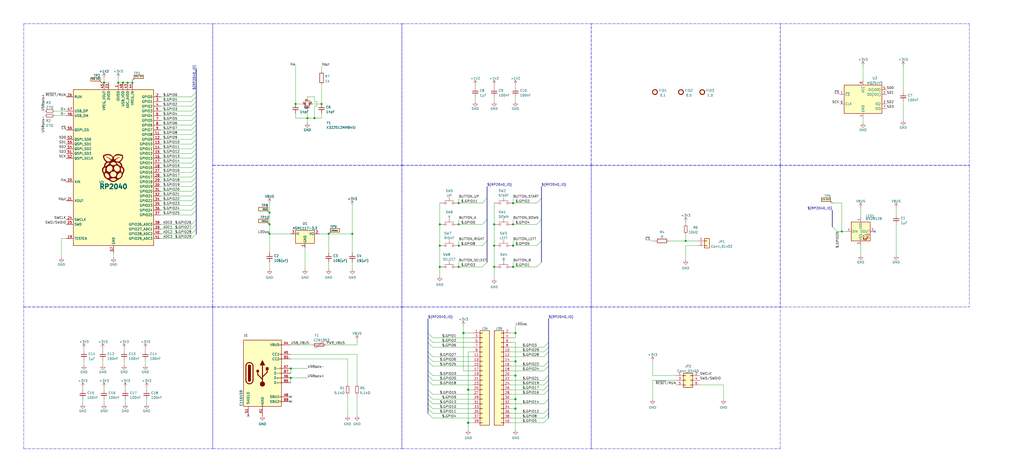
<source format=kicad_sch>
(kicad_sch (version 20211123) (generator eeschema)
  (paper "User" 550.012 250.012)
  (title_block (title "Soldering Induction (September 2022)") (date "2022-09-04") (rev "3.0.0") (company "UNSW Engineering Makerspace"))
  (bus_alias "RP2040_IO" (members "GPIO2" "GPIO3" "GPIO4" "GPIO5" "GPIO6" "GPIO7" "GPIO8" "GPIO9" "GPIO10" "GPIO11" "GPIO12" "GPIO13" "GPIO14" "GPIO15" "GPIO16" "GPIO17" "GPIO18" "GPIO19" "GPIO20" "GPIO21" "GPIO22" "GPIO23" "GPIO24" "GPIO25" "GPIO26" "GPIO27" "GPIO1" "GPIO0"))
  (junction (at 236.22 120.65))
  (junction (at 158.75 55.88))
  (junction (at 144.78 125.73))
  (junction (at 156.21 198.12))
  (junction (at 251.46 227.33) (diameter 1.016))
  (junction (at 236.22 143.51))
  (junction (at 246.38 143.51))
  (junction (at 265.43 143.51))
  (junction (at 251.46 209.55) (diameter 1.016))
  (junction (at 236.22 132.08))
  (junction (at 168.91 63.5))
  (junction (at 172.72 55.88))
  (junction (at 189.23 125.73))
  (junction (at 275.59 109.22))
  (junction (at 246.38 120.65))
  (junction (at 246.38 109.22))
  (junction (at 276.86 179.07) (diameter 1.016))
  (junction (at 276.86 194.31) (diameter 1.016))
  (junction (at 276.86 214.63) (diameter 1.016))
  (junction (at 276.86 219.71) (diameter 1.016))
  (junction (at 275.59 143.51))
  (junction (at 68.58 44.45))
  (junction (at 265.43 120.65))
  (junction (at 275.59 120.65))
  (junction (at 276.86 201.93) (diameter 1.016))
  (junction (at 368.3 129.54))
  (junction (at 156.21 203.2))
  (junction (at 55.88 44.45))
  (junction (at 275.59 132.08))
  (junction (at 165.1 63.5))
  (junction (at 265.43 132.08))
  (junction (at 176.53 125.73))
  (junction (at 66.04 44.45))
  (junction (at 144.78 120.65))
  (junction (at 71.12 44.45))
  (junction (at 246.38 132.08))
  (junction (at 248.92 179.07) (diameter 1.016))
  (junction (at 144.78 114.3))
  (junction (at 63.5 44.45))
  (junction (at 452.12 124.46))
  (no_connect (at 133.35 223.52))
  (no_connect (at 469.9 124.46))
  (no_connect (at 156.21 215.9))
  (no_connect (at 156.21 213.36))
  (bus_entry (at 105.41 77.47) (size -2.54 2.54))
  (bus_entry (at 292.1 227.33) (size 2.54 -2.54))
  (bus_entry (at 232.41 194.31) (size -2.54 -2.54))
  (bus_entry (at 105.41 49.53) (size -2.54 2.54))
  (bus_entry (at 105.41 118.11) (size -2.54 2.54))
  (bus_entry (at 105.41 59.69) (size -2.54 2.54))
  (bus_entry (at 105.41 87.63) (size -2.54 2.54))
  (bus_entry (at 292.1 212.09) (size 2.54 -2.54))
  (bus_entry (at 232.41 212.09) (size -2.54 -2.54))
  (bus_entry (at 232.41 207.01) (size -2.54 -2.54))
  (bus_entry (at 292.1 222.25) (size 2.54 -2.54))
  (bus_entry (at 292.1 199.39) (size 2.54 -2.54))
  (bus_entry (at 105.41 90.17) (size -2.54 2.54))
  (bus_entry (at 105.41 100.33) (size -2.54 2.54))
  (bus_entry (at 105.41 120.65) (size -2.54 2.54))
  (bus_entry (at 232.41 184.15) (size -2.54 -2.54))
  (bus_entry (at 105.41 69.85) (size -2.54 2.54))
  (bus_entry (at 105.41 105.41) (size -2.54 2.54))
  (bus_entry (at 261.62 129.54) (size -2.54 2.54))
  (bus_entry (at 232.41 204.47) (size -2.54 -2.54))
  (bus_entry (at 232.41 191.77) (size -2.54 -2.54))
  (bus_entry (at 105.41 80.01) (size -2.54 2.54))
  (bus_entry (at 105.41 113.03) (size -2.54 2.54))
  (bus_entry (at 290.83 106.68) (size -2.54 2.54))
  (bus_entry (at 105.41 57.15) (size -2.54 2.54))
  (bus_entry (at 232.41 217.17) (size -2.54 -2.54))
  (bus_entry (at 105.41 123.19) (size -2.54 2.54))
  (bus_entry (at 105.41 54.61) (size -2.54 2.54))
  (bus_entry (at 232.41 186.69) (size -2.54 -2.54))
  (bus_entry (at 232.41 181.61) (size -2.54 -2.54))
  (bus_entry (at 292.1 224.79) (size 2.54 -2.54))
  (bus_entry (at 105.41 95.25) (size -2.54 2.54))
  (bus_entry (at 261.62 118.11) (size -2.54 2.54))
  (bus_entry (at 232.41 214.63) (size -2.54 -2.54))
  (bus_entry (at 105.41 85.09) (size -2.54 2.54))
  (bus_entry (at 105.41 82.55) (size -2.54 2.54))
  (bus_entry (at 261.62 140.97) (size -2.54 2.54))
  (bus_entry (at 290.83 118.11) (size -2.54 2.54))
  (bus_entry (at 232.41 219.71) (size -2.54 -2.54))
  (bus_entry (at 232.41 196.85) (size -2.54 -2.54))
  (bus_entry (at 105.41 52.07) (size -2.54 2.54))
  (bus_entry (at 447.04 121.92) (size 2.54 2.54))
  (bus_entry (at 292.1 207.01) (size 2.54 -2.54))
  (bus_entry (at 292.1 196.85) (size 2.54 -2.54))
  (bus_entry (at 105.41 67.31) (size -2.54 2.54))
  (bus_entry (at 105.41 62.23) (size -2.54 2.54))
  (bus_entry (at 105.41 97.79) (size -2.54 2.54))
  (bus_entry (at 232.41 222.25) (size -2.54 -2.54))
  (bus_entry (at 105.41 74.93) (size -2.54 2.54))
  (bus_entry (at 105.41 110.49) (size -2.54 2.54))
  (bus_entry (at 290.83 129.54) (size -2.54 2.54))
  (bus_entry (at 232.41 201.93) (size -2.54 -2.54))
  (bus_entry (at 105.41 92.71) (size -2.54 2.54))
  (bus_entry (at 105.41 102.87) (size -2.54 2.54))
  (bus_entry (at 292.1 204.47) (size 2.54 -2.54))
  (bus_entry (at 292.1 189.23) (size 2.54 -2.54))
  (bus_entry (at 105.41 64.77) (size -2.54 2.54))
  (bus_entry (at 292.1 186.69) (size 2.54 -2.54))
  (bus_entry (at 105.41 125.73) (size -2.54 2.54))
  (bus_entry (at 261.62 106.68) (size -2.54 2.54))
  (bus_entry (at 105.41 72.39) (size -2.54 2.54))
  (bus_entry (at 292.1 217.17) (size 2.54 -2.54))
  (bus_entry (at 292.1 209.55) (size 2.54 -2.54))
  (bus_entry (at 292.1 191.77) (size 2.54 -2.54))
  (bus_entry (at 105.41 107.95) (size -2.54 2.54))
  (bus_entry (at 232.41 224.79) (size -2.54 -2.54))
  (bus_entry (at 290.83 140.97) (size -2.54 2.54))
  (wire (pts (xy 485.14 35.56) (xy 485.14 49.53)))
  (polyline (pts (xy 317.5 165.1) (xy 317.5 88.9)))
  (wire (pts (xy 144.78 114.3) (xy 144.78 120.65)))
  (wire (pts (xy 276.86 214.63) (xy 274.32 214.63)))
  (wire (pts (xy 232.41 204.47) (xy 254 204.47)))
  (bus (pts (xy 105.41 67.31) (xy 105.41 69.85)))
  (wire (pts (xy 254 201.93) (xy 232.41 201.93)))
  (wire (pts (xy 265.43 120.65) (xy 265.43 132.08)))
  (wire (pts (xy 276.86 214.63) (xy 276.86 219.71)))
  (wire (pts (xy 232.41 219.71) (xy 254 219.71)))
  (wire (pts (xy 29.21 59.69) (xy 35.56 59.69)))
  (wire (pts (xy 66.04 44.45) (xy 68.58 44.45)))
  (wire (pts (xy 63.5 41.91) (xy 63.5 44.45)))
  (wire (pts (xy 232.41 224.79) (xy 254 224.79)))
  (bus (pts (xy 105.41 100.33) (xy 105.41 102.87)))
  (bus (pts (xy 105.41 105.41) (xy 105.41 107.95)))
  (wire (pts (xy 232.41 186.69) (xy 254 186.69)))
  (wire (pts (xy 368.3 139.7) (xy 368.3 132.08)))
  (bus (pts (xy 105.41 123.19) (xy 105.41 125.73)))
  (wire (pts (xy 86.36 120.65) (xy 102.87 120.65)))
  (wire (pts (xy 447.04 109.22) (xy 452.12 109.22)))
  (wire (pts (xy 55.88 208.28) (xy 55.88 209.55)))
  (polyline (pts (xy 215.9 88.9) (xy 215.9 12.7)))
  (wire (pts (xy 246.38 143.51) (xy 259.08 143.51)))
  (polyline (pts (xy 419.1 88.9) (xy 419.1 12.7)))
  (wire (pts (xy 144.78 140.97) (xy 144.78 144.78)))
  (polyline (pts (xy 419.1 88.9) (xy 419.1 165.1)))
  (wire (pts (xy 86.36 80.01) (xy 102.87 80.01)))
  (wire (pts (xy 265.43 143.51) (xy 265.43 149.86)))
  (bus (pts (xy 105.41 110.49) (xy 105.41 113.03)))
  (bus (pts (xy 229.87 181.61) (xy 229.87 184.15)))
  (wire (pts (xy 276.86 175.26) (xy 276.86 179.07)))
  (wire (pts (xy 156.21 203.2) (xy 156.21 205.74)))
  (polyline (pts (xy 114.3 165.1) (xy 215.9 165.1)))
  (wire (pts (xy 246.38 132.08) (xy 259.08 132.08)))
  (wire (pts (xy 175.26 185.42) (xy 191.77 185.42)))
  (bus (pts (xy 294.64 219.71) (xy 294.64 222.25)))
  (wire (pts (xy 172.72 60.96) (xy 172.72 63.5)))
  (wire (pts (xy 274.32 227.33) (xy 292.1 227.33)))
  (wire (pts (xy 189.23 125.73) (xy 176.53 125.73)))
  (wire (pts (xy 255.27 45.72) (xy 255.27 46.99)))
  (wire (pts (xy 276.86 219.71) (xy 276.86 231.14)))
  (bus (pts (xy 105.41 59.69) (xy 105.41 62.23)))
  (polyline (pts (xy 114.3 88.9) (xy 215.9 88.9)))
  (wire (pts (xy 86.36 52.07) (xy 102.87 52.07)))
  (wire (pts (xy 462.28 132.08) (xy 462.28 137.16)))
  (wire (pts (xy 176.53 135.89) (xy 176.53 125.73)))
  (wire (pts (xy 55.245 187.325) (xy 55.245 188.595)))
  (polyline (pts (xy 114.3 165.1) (xy 114.3 12.7)))
  (wire (pts (xy 165.1 63.5) (xy 168.91 63.5)))
  (wire (pts (xy 275.59 143.51) (xy 288.29 143.51)))
  (wire (pts (xy 368.3 119.38) (xy 368.3 120.65)))
  (wire (pts (xy 265.43 132.08) (xy 265.43 143.51)))
  (wire (pts (xy 276.86 201.93) (xy 276.86 214.63)))
  (polyline (pts (xy 12.7 241.3) (xy 114.3 241.3)))
  (wire (pts (xy 232.41 194.31) (xy 254 194.31)))
  (polyline (pts (xy 419.1 88.9) (xy 419.1 12.7)))
  (wire (pts (xy 251.46 189.23) (xy 251.46 209.55)))
  (wire (pts (xy 54.61 44.45) (xy 55.88 44.45)))
  (wire (pts (xy 66.675 187.325) (xy 66.675 188.595)))
  (bus (pts (xy 229.87 217.17) (xy 229.87 219.71)))
  (wire (pts (xy 232.41 217.17) (xy 254 217.17)))
  (wire (pts (xy 144.78 125.73) (xy 156.21 125.73)))
  (polyline (pts (xy 114.3 241.3) (xy 215.9 241.3)))
  (wire (pts (xy 168.91 52.07) (xy 168.91 54.61)))
  (bus (pts (xy 229.87 214.63) (xy 229.87 217.17)))
  (wire (pts (xy 78.105 193.675) (xy 78.105 196.215)))
  (polyline (pts (xy 317.5 165.1) (xy 317.5 241.3)))
  (wire (pts (xy 274.32 222.25) (xy 292.1 222.25)))
  (wire (pts (xy 165.1 58.42) (xy 165.1 63.5)))
  (polyline (pts (xy 215.9 88.9) (xy 317.5 88.9)))
  (wire (pts (xy 481.33 120.65) (xy 481.33 137.16)))
  (polyline (pts (xy 317.5 88.9) (xy 317.5 12.7)))
  (polyline (pts (xy 317.5 165.1) (xy 419.1 165.1)))
  (bus (pts (xy 294.64 222.25) (xy 294.64 224.79)))
  (polyline (pts (xy 215.9 12.7) (xy 215.9 88.9)))
  (wire (pts (xy 388.62 207.01) (xy 388.62 214.63)))
  (wire (pts (xy 481.33 111.76) (xy 481.33 115.57)))
  (wire (pts (xy 275.59 140.97) (xy 275.59 143.51)))
  (bus (pts (xy 105.41 80.01) (xy 105.41 82.55)))
  (wire (pts (xy 462.28 111.76) (xy 462.28 116.84)))
  (wire (pts (xy 191.77 190.5) (xy 191.77 207.01)))
  (wire (pts (xy 246.38 106.68) (xy 246.38 109.22)))
  (polyline (pts (xy 12.7 12.7) (xy 12.7 165.1)))
  (polyline (pts (xy 114.3 12.7) (xy 215.9 12.7)))
  (wire (pts (xy 68.58 44.45) (xy 71.12 44.45)))
  (wire (pts (xy 165.1 52.07) (xy 168.91 52.07)))
  (wire (pts (xy 86.36 125.73) (xy 102.87 125.73)))
  (wire (pts (xy 158.75 60.96) (xy 158.75 63.5)))
  (wire (pts (xy 246.38 120.65) (xy 259.08 120.65)))
  (wire (pts (xy 86.36 110.49) (xy 102.87 110.49)))
  (bus (pts (xy 105.41 120.65) (xy 105.41 123.19)))
  (bus (pts (xy 105.41 92.71) (xy 105.41 95.25)))
  (wire (pts (xy 86.36 90.17) (xy 102.87 90.17)))
  (wire (pts (xy 274.32 212.09) (xy 292.1 212.09)))
  (wire (pts (xy 232.41 207.01) (xy 254 207.01)))
  (bus (pts (xy 105.41 113.03) (xy 105.41 118.11)))
  (wire (pts (xy 86.36 87.63) (xy 102.87 87.63)))
  (wire (pts (xy 274.32 189.23) (xy 292.1 189.23)))
  (wire (pts (xy 55.88 44.45) (xy 55.88 41.91)))
  (wire (pts (xy 86.36 69.85) (xy 102.87 69.85)))
  (wire (pts (xy 86.36 115.57) (xy 102.87 115.57)))
  (polyline (pts (xy 114.3 165.1) (xy 114.3 88.9)))
  (wire (pts (xy 78.74 208.28) (xy 78.74 209.55)))
  (wire (pts (xy 265.43 52.07) (xy 265.43 54.61)))
  (wire (pts (xy 86.36 113.03) (xy 102.87 113.03)))
  (wire (pts (xy 251.46 227.33) (xy 254 227.33)))
  (wire (pts (xy 463.55 63.5) (xy 463.55 66.04)))
  (wire (pts (xy 158.75 35.56) (xy 158.75 55.88)))
  (bus (pts (xy 229.87 171.45) (xy 229.87 179.07)))
  (bus (pts (xy 229.87 212.09) (xy 229.87 214.63)))
  (wire (pts (xy 350.52 201.93) (xy 363.22 201.93)))
  (wire (pts (xy 86.36 105.41) (xy 102.87 105.41)))
  (wire (pts (xy 44.45 214.63) (xy 44.45 217.17)))
  (polyline (pts (xy 215.9 165.1) (xy 215.9 88.9)))
  (bus (pts (xy 294.64 186.69) (xy 294.64 189.23)))
  (wire (pts (xy 186.69 212.09) (xy 186.69 223.52)))
  (bus (pts (xy 229.87 219.71) (xy 229.87 222.25)))
  (bus (pts (xy 294.64 214.63) (xy 294.64 219.71)))
  (wire (pts (xy 144.78 109.22) (xy 144.78 114.3)))
  (wire (pts (xy 158.75 55.88) (xy 162.56 55.88)))
  (wire (pts (xy 251.46 227.33) (xy 251.46 231.14)))
  (bus (pts (xy 261.62 100.33) (xy 261.62 106.68)))
  (bus (pts (xy 290.83 106.68) (xy 290.83 118.11)))
  (wire (pts (xy 349.25 129.54) (xy 351.79 129.54)))
  (wire (pts (xy 276.86 219.71) (xy 274.32 219.71)))
  (bus (pts (xy 294.64 209.55) (xy 294.64 214.63)))
  (wire (pts (xy 275.59 118.11) (xy 275.59 120.65)))
  (wire (pts (xy 168.91 57.15) (xy 170.18 57.15)))
  (wire (pts (xy 168.91 63.5) (xy 172.72 63.5)))
  (wire (pts (xy 189.23 140.97) (xy 189.23 144.78)))
  (wire (pts (xy 255.27 52.07) (xy 255.27 54.61)))
  (wire (pts (xy 86.36 82.55) (xy 102.87 82.55)))
  (bus (pts (xy 105.41 107.95) (xy 105.41 110.49)))
  (wire (pts (xy 251.46 209.55) (xy 251.46 227.33)))
  (wire (pts (xy 45.085 187.325) (xy 45.085 188.595)))
  (wire (pts (xy 350.52 194.31) (xy 350.52 201.93)))
  (polyline (pts (xy 317.5 241.3) (xy 317.5 165.1)))
  (polyline (pts (xy 317.5 88.9) (xy 419.1 88.9)))
  (bus (pts (xy 105.41 95.25) (xy 105.41 97.79)))
  (bus (pts (xy 294.64 194.31) (xy 294.64 196.85)))
  (bus (pts (xy 290.83 129.54) (xy 290.83 140.97)))
  (wire (pts (xy 144.78 135.89) (xy 144.78 125.73)))
  (bus (pts (xy 229.87 194.31) (xy 229.87 199.39)))
  (wire (pts (xy 86.36 74.93) (xy 102.87 74.93)))
  (bus (pts (xy 294.64 189.23) (xy 294.64 194.31)))
  (wire (pts (xy 274.32 199.39) (xy 292.1 199.39)))
  (wire (pts (xy 463.55 35.56) (xy 463.55 43.18)))
  (wire (pts (xy 55.245 193.675) (xy 55.245 196.215)))
  (wire (pts (xy 67.31 214.63) (xy 67.31 217.17)))
  (wire (pts (xy 246.38 140.97) (xy 246.38 143.51)))
  (wire (pts (xy 274.32 186.69) (xy 292.1 186.69)))
  (bus (pts (xy 105.41 54.61) (xy 105.41 57.15)))
  (wire (pts (xy 274.32 209.55) (xy 292.1 209.55)))
  (wire (pts (xy 33.02 128.27) (xy 35.56 128.27)))
  (bus (pts (xy 229.87 191.77) (xy 229.87 194.31)))
  (wire (pts (xy 236.22 132.08) (xy 236.22 143.51)))
  (wire (pts (xy 86.36 64.77) (xy 102.87 64.77)))
  (wire (pts (xy 78.74 214.63) (xy 78.74 217.17)))
  (polyline (pts (xy 419.1 88.9) (xy 520.7 88.9)))
  (wire (pts (xy 86.36 97.79) (xy 102.87 97.79)))
  (wire (pts (xy 449.58 124.46) (xy 452.12 124.46)))
  (polyline (pts (xy 520.7 88.9) (xy 520.7 165.1)))
  (wire (pts (xy 45.085 193.675) (xy 45.085 196.215)))
  (wire (pts (xy 86.36 72.39) (xy 102.87 72.39)))
  (bus (pts (xy 229.87 179.07) (xy 229.87 181.61)))
  (wire (pts (xy 60.96 135.89) (xy 60.96 138.43)))
  (wire (pts (xy 168.91 57.15) (xy 168.91 63.5)))
  (polyline (pts (xy 215.9 88.9) (xy 215.9 165.1)))
  (wire (pts (xy 359.41 129.54) (xy 368.3 129.54)))
  (wire (pts (xy 71.12 43.18) (xy 71.12 44.45)))
  (wire (pts (xy 156.21 190.5) (xy 191.77 190.5)))
  (wire (pts (xy 172.72 35.56) (xy 172.72 38.1)))
  (bus (pts (xy 294.64 196.85) (xy 294.64 201.93)))
  (wire (pts (xy 276.86 179.07) (xy 276.86 181.61)))
  (bus (pts (xy 447.04 113.03) (xy 447.04 121.92)))
  (wire (pts (xy 156.21 198.12) (xy 165.1 198.12)))
  (wire (pts (xy 66.675 193.675) (xy 66.675 196.215)))
  (bus (pts (xy 294.64 207.01) (xy 294.64 209.55)))
  (bus (pts (xy 105.41 69.85) (xy 105.41 72.39)))
  (wire (pts (xy 55.88 214.63) (xy 55.88 217.17)))
  (polyline (pts (xy 114.3 165.1) (xy 215.9 165.1)))
  (wire (pts (xy 452.12 109.22) (xy 452.12 124.46)))
  (bus (pts (xy 105.41 57.15) (xy 105.41 59.69)))
  (bus (pts (xy 105.41 82.55) (xy 105.41 85.09)))
  (bus (pts (xy 229.87 201.93) (xy 229.87 204.47)))
  (bus (pts (xy 229.87 204.47) (xy 229.87 209.55)))
  (wire (pts (xy 236.22 120.65) (xy 236.22 132.08)))
  (polyline (pts (xy 215.9 88.9) (xy 317.5 88.9)))
  (wire (pts (xy 232.41 184.15) (xy 254 184.15)))
  (bus (pts (xy 290.83 100.33) (xy 290.83 106.68)))
  (wire (pts (xy 86.36 85.09) (xy 102.87 85.09)))
  (wire (pts (xy 274.32 217.17) (xy 292.1 217.17)))
  (polyline (pts (xy 419.1 165.1) (xy 520.7 165.1)))
  (wire (pts (xy 156.21 198.12) (xy 156.21 200.66)))
  (wire (pts (xy 191.77 212.09) (xy 191.77 223.52)))
  (wire (pts (xy 246.38 109.22) (xy 259.08 109.22)))
  (bus (pts (xy 105.41 64.77) (xy 105.41 67.31)))
  (wire (pts (xy 156.21 185.42) (xy 167.64 185.42)))
  (wire (pts (xy 86.36 92.71) (xy 102.87 92.71)))
  (wire (pts (xy 274.32 196.85) (xy 292.1 196.85)))
  (bus (pts (xy 229.87 209.55) (xy 229.87 212.09)))
  (wire (pts (xy 276.86 181.61) (xy 274.32 181.61)))
  (wire (pts (xy 368.3 129.54) (xy 374.65 129.54)))
  (wire (pts (xy 176.53 140.97) (xy 176.53 144.78)))
  (bus (pts (xy 229.87 184.15) (xy 229.87 189.23)))
  (wire (pts (xy 186.69 193.04) (xy 186.69 207.01)))
  (bus (pts (xy 105.41 49.53) (xy 105.41 52.07)))
  (polyline (pts (xy 317.5 88.9) (xy 317.5 12.7)))
  (polyline (pts (xy 215.9 241.3) (xy 317.5 241.3)))
  (wire (pts (xy 86.36 95.25) (xy 102.87 95.25)))
  (bus (pts (xy 261.62 118.11) (xy 261.62 129.54)))
  (bus (pts (xy 261.62 106.68) (xy 261.62 118.11)))
  (wire (pts (xy 232.41 222.25) (xy 254 222.25)))
  (wire (pts (xy 275.59 132.08) (xy 288.29 132.08)))
  (wire (pts (xy 86.36 54.61) (xy 102.87 54.61)))
  (wire (pts (xy 232.41 214.63) (xy 254 214.63)))
  (wire (pts (xy 232.41 181.61) (xy 254 181.61)))
  (wire (pts (xy 29.21 62.23) (xy 35.56 62.23)))
  (wire (pts (xy 232.41 196.85) (xy 254 196.85)))
  (wire (pts (xy 254 191.77) (xy 232.41 191.77)))
  (wire (pts (xy 33.02 138.43) (xy 33.02 128.27)))
  (wire (pts (xy 276.86 45.72) (xy 276.86 46.99)))
  (polyline (pts (xy 114.3 241.3) (xy 114.3 165.1)))
  (wire (pts (xy 248.92 179.07) (xy 248.92 199.39)))
  (wire (pts (xy 265.43 45.72) (xy 265.43 46.99)))
  (bus (pts (xy 229.87 189.23) (xy 229.87 191.77)))
  (wire (pts (xy 276.86 179.07) (xy 274.32 179.07)))
  (wire (pts (xy 276.86 194.31) (xy 276.86 201.93)))
  (bus (pts (xy 229.87 199.39) (xy 229.87 201.93)))
  (wire (pts (xy 156.21 203.2) (xy 165.1 203.2)))
  (wire (pts (xy 44.45 208.28) (xy 44.45 209.55)))
  (bus (pts (xy 105.41 72.39) (xy 105.41 74.93)))
  (wire (pts (xy 172.72 45.72) (xy 172.72 55.88)))
  (wire (pts (xy 274.32 204.47) (xy 292.1 204.47)))
  (polyline (pts (xy 12.7 241.3) (xy 12.7 165.1)))
  (wire (pts (xy 275.59 109.22) (xy 288.29 109.22)))
  (polyline (pts (xy 215.9 12.7) (xy 317.5 12.7)))
  (wire (pts (xy 452.12 124.46) (xy 454.66 124.46)))
  (polyline (pts (xy 419.1 12.7) (xy 520.7 12.7)))
  (wire (pts (xy 189.23 110.49) (xy 189.23 125.73)))
  (wire (pts (xy 86.36 59.69) (xy 102.87 59.69)))
  (polyline (pts (xy 215.9 165.1) (xy 317.5 165.1)))
  (wire (pts (xy 58.42 44.45) (xy 55.88 44.45)))
  (wire (pts (xy 165.1 63.5) (xy 165.1 66.04)))
  (wire (pts (xy 86.36 77.47) (xy 102.87 77.47)))
  (wire (pts (xy 276.86 52.07) (xy 276.86 54.61)))
  (wire (pts (xy 276.86 201.93) (xy 274.32 201.93)))
  (polyline (pts (xy 215.9 165.1) (xy 317.5 165.1)))
  (wire (pts (xy 275.59 129.54) (xy 275.59 132.08)))
  (wire (pts (xy 274.32 191.77) (xy 292.1 191.77)))
  (wire (pts (xy 236.22 109.22) (xy 236.22 120.65)))
  (wire (pts (xy 254 212.09) (xy 232.41 212.09)))
  (wire (pts (xy 275.59 120.65) (xy 288.29 120.65)))
  (bus (pts (xy 105.41 62.23) (xy 105.41 64.77)))
  (wire (pts (xy 86.36 100.33) (xy 102.87 100.33)))
  (wire (pts (xy 274.32 207.01) (xy 292.1 207.01)))
  (wire (pts (xy 191.77 182.88) (xy 191.77 185.42)))
  (wire (pts (xy 248.92 199.39) (xy 254 199.39)))
  (wire (pts (xy 363.22 204.47) (xy 350.52 204.47)))
  (polyline (pts (xy 215.9 241.3) (xy 215.9 165.1)))
  (bus (pts (xy 105.41 118.11) (xy 105.41 120.65)))
  (wire (pts (xy 276.86 184.15) (xy 274.32 184.15)))
  (wire (pts (xy 168.91 54.61) (xy 170.18 54.61)))
  (bus (pts (xy 105.41 90.17) (xy 105.41 92.71)))
  (wire (pts (xy 144.78 120.65) (xy 144.78 125.73)))
  (wire (pts (xy 63.5 44.45) (xy 66.04 44.45)))
  (bus (pts (xy 105.41 102.87) (xy 105.41 105.41)))
  (wire (pts (xy 485.14 54.61) (xy 485.14 64.77)))
  (wire (pts (xy 67.31 208.28) (xy 67.31 209.55)))
  (wire (pts (xy 176.53 125.73) (xy 171.45 125.73)))
  (bus (pts (xy 294.64 201.93) (xy 294.64 204.47)))
  (wire (pts (xy 158.75 63.5) (xy 165.1 63.5)))
  (polyline (pts (xy 215.9 165.1) (xy 215.9 241.3)))
  (polyline (pts (xy 12.7 165.1) (xy 114.3 165.1)))
  (wire (pts (xy 86.36 102.87) (xy 102.87 102.87)))
  (bus (pts (xy 294.64 204.47) (xy 294.64 207.01)))
  (polyline (pts (xy 114.3 165.1) (xy 114.3 241.3)))
  (polyline (pts (xy 114.3 88.9) (xy 215.9 88.9)))
  (wire (pts (xy 276.86 184.15) (xy 276.86 194.31)))
  (bus (pts (xy 294.64 184.15) (xy 294.64 186.69)))
  (bus (pts (xy 105.41 87.63) (xy 105.41 90.17)))
  (bus (pts (xy 105.41 97.79) (xy 105.41 100.33)))
  (polyline (pts (xy 317.5 88.9) (xy 419.1 88.9)))
  (wire (pts (xy 163.83 133.35) (xy 163.83 144.78)))
  (wire (pts (xy 86.36 107.95) (xy 102.87 107.95)))
  (bus (pts (xy 294.64 171.45) (xy 294.64 184.15)))
  (polyline (pts (xy 520.7 12.7) (xy 520.7 88.9)))
  (bus (pts (xy 105.41 77.47) (xy 105.41 80.01)))
  (bus (pts (xy 105.41 85.09) (xy 105.41 87.63)))
  (wire (pts (xy 156.21 193.04) (xy 186.69 193.04)))
  (polyline (pts (xy 317.5 12.7) (xy 419.1 12.7)))
  (wire (pts (xy 86.36 67.31) (xy 102.87 67.31)))
  (wire (pts (xy 368.3 129.54) (xy 368.3 125.73)))
  (wire (pts (xy 246.38 118.11) (xy 246.38 120.65)))
  (polyline (pts (xy 12.7 12.7) (xy 114.3 12.7)))
  (bus (pts (xy 105.41 52.07) (xy 105.41 54.61)))
  (polyline (pts (xy 419.1 88.9) (xy 419.1 165.1)))
  (polyline (pts (xy 12.7 165.1) (xy 114.3 165.1)))
  (polyline (pts (xy 317.5 165.1) (xy 419.1 165.1)))
  (polyline (pts (xy 419.1 88.9) (xy 520.7 88.9)))
  (wire (pts (xy 170.18 54.61) (xy 170.18 57.15)))
  (wire (pts (xy 78.105 187.325) (xy 78.105 188.595)))
  (wire (pts (xy 189.23 135.89) (xy 189.23 125.73)))
  (wire (pts (xy 251.46 189.23) (xy 254 189.23)))
  (wire (pts (xy 236.22 143.51) (xy 236.22 148.59)))
  (wire (pts (xy 265.43 109.22) (xy 265.43 120.65)))
  (wire (pts (xy 246.38 129.54) (xy 246.38 132.08)))
  (polyline (pts (xy 114.3 88.9) (xy 114.3 12.7)))
  (wire (pts (xy 251.46 209.55) (xy 254 209.55)))
  (wire (pts (xy 368.3 132.08) (xy 374.65 132.08)))
  (bus (pts (xy 105.41 36.83) (xy 105.41 49.53)))
  (wire (pts (xy 275.59 106.68) (xy 275.59 109.22)))
  (wire (pts (xy 165.1 53.34) (xy 165.1 52.07)))
  (wire (pts (xy 274.32 224.79) (xy 292.1 224.79)))
  (wire (pts (xy 248.92 179.07) (xy 254 179.07)))
  (polyline (pts (xy 317.5 241.3) (xy 419.1 241.3)))
  (wire (pts (xy 86.36 62.23) (xy 102.87 62.23)))
  (wire (pts (xy 167.64 55.88) (xy 172.72 55.88)))
  (wire (pts (xy 86.36 128.27) (xy 102.87 128.27)))
  (wire (pts (xy 86.36 57.15) (xy 102.87 57.15)))
  (bus (pts (xy 261.62 129.54) (xy 261.62 140.97)))
  (wire (pts (xy 276.86 194.31) (xy 274.32 194.31)))
  (bus (pts (xy 105.41 74.93) (xy 105.41 77.47)))
  (wire (pts (xy 86.36 123.19) (xy 102.87 123.19)))
  (polyline (pts (xy 419.1 241.3) (xy 419.1 165.1)))
  (wire (pts (xy 350.52 204.47) (xy 350.52 214.63)))
  (polyline (pts (xy 317.5 88.9) (xy 317.5 165.1)))
  (bus (pts (xy 290.83 118.11) (xy 290.83 129.54)))
  (wire (pts (xy 388.62 207.01) (xy 375.92 207.01)))
  (wire (pts (xy 248.92 175.26) (xy 248.92 179.07)))
  (label "$.GPIO5" (at 276.86 132.08 0))
  (label "ADC3" (at 87.63 128.27 0))
  (label "X_{IN}" (at 35.56 97.79 180))
  (label "BUTTON_DOWN" (at 275.59 118.11 0))
  (label "USB_{DATA}+" (at 165.1 203.2 0))
  (label "$.GPIO25" (at 245.11 196.85 180))
  (label "$.GPIO2" (at 245.11 184.15 180))
  (label "$.GPIO17" (at 87.63 95.25 0))
  (label "SD3" (at 35.56 82.55 180))
  (label "$.GPIO3" (at 87.63 59.69 0))
  (label "SD2" (at 35.56 80.01 180))
  (label "SCK" (at 450.85 55.88 180))
  (label "$.GPIO1" (at 245.11 181.61 180))
  (label "USB_{DATA}-" (at 165.1 198.12 0))
  (label "$.GPIO8" (at 87.63 72.39 0))
  (label "D+" (at 35.56 59.69 180))
  (label "~{RESET}{slash}RUN" (at 363.22 207.01 180))
  (label "$.GPIO0" (at 87.63 52.07 0))
  (label "SD0" (at 35.56 74.93 180))
  (label "$.GPIO27" (at 93.98 123.19 0))
  (label "SCK" (at 35.56 85.09 180))
  (label "$.GPIO2" (at 87.63 57.15 0))
  (label "$.GPIO20" (at 245.11 204.47 180))
  (label "$.GPIO13" (at 245.11 217.17 180))
  (label "$.GPIO11" (at 247.65 109.22 0))
  (label "SWCLK" (at 375.92 201.93 0))
  (label "$.GPIO15" (at 245.11 212.09 180))
  (label "$.GPIO25" (at 450.85 124.46 270))
  (label "$.GPIO4" (at 245.11 224.79 180))
  (label "X_{IN}" (at 158.75 35.56 180))
  (label "USB_{DATA}+" (at 24.13 59.69 90))
  (label "LDO_{VIN}" (at 144.78 125.73 180))
  (label "$.GPIO0" (at 247.65 120.65 0))
  (label "X_{OUT}" (at 172.72 35.56 0))
  (label "$.GPIO22" (at 280.67 196.85 0))
  (label "$.GPIO19" (at 280.67 207.01 0))
  (label "LDO_{VIN}" (at 276.86 175.26 0))
  (label "$.GPIO22" (at 87.63 107.95 0))
  (label "$.GPIO24" (at 87.63 113.03 0))
  (label "$.GPIO8" (at 247.65 132.08 0))
  (label "$.GPIO28" (at 280.67 191.77 0))
  (label "SD2" (at 476.25 55.88 0))
  (label "$.GPIO4" (at 276.86 120.65 0))
  (label "SD1" (at 35.56 77.47 180))
  (label "$.GPIO21" (at 87.63 105.41 0))
  (label "$.GPIO16" (at 280.67 212.09 0))
  (label "$.GPIO14" (at 87.63 87.63 0))
  (label "USB_VBUS" (at 156.21 185.42 0))
  (label "BUTTON_START" (at 275.59 106.68 0))
  (label "$.GPIO8" (at 280.67 224.79 0))
  (label "$.GPIO9" (at 87.63 74.93 0))
  (label "$.GPIO24" (at 280.67 199.39 0))
  (label "${RP2040_IO}" (at 229.87 171.45 0))
  (label "SWCLK" (at 35.56 118.11 180))
  (label "~{CS}" (at 35.56 69.85 180))
  (label "BUTTON_SELECT" (at 246.38 140.97 0))
  (label "$.GPIO7" (at 87.63 69.85 0))
  (label "$.GPIO2" (at 276.86 109.22 0))
  (label "$.GPIO29" (at 280.67 189.23 0))
  (label "~{RESET}{slash}RUN" (at 35.56 52.07 180))
  (label "$.GPIO13" (at 87.63 85.09 0))
  (label "${RP2040_IO}" (at 105.41 48.26 90))
  (label "${RP2040_IO}" (at 447.04 113.03 180))
  (label "$.GPIO6" (at 245.11 186.69 180))
  (label "$.GPIO27" (at 245.11 191.77 180))
  (label "SWD{slash}SWDIO" (at 35.56 120.65 180))
  (label "X_{OUT}" (at 35.56 107.95 180))
  (label "D-" (at 35.56 62.23 180))
  (label "ADC2" (at 87.63 125.73 0))
  (label "SWD{slash}SWDIO" (at 375.92 204.47 0))
  (label "$.GPIO23" (at 245.11 201.93 180))
  (label "~{CS}" (at 349.25 129.54 180))
  (label "SD0" (at 476.25 48.26 0))
  (label "$.GPIO6" (at 87.63 67.31 0))
  (label "$.GPIO3" (at 280.67 186.69 0))
  (label "$.GPIO18" (at 245.11 207.01 180))
  (label "BUTTON_A" (at 246.38 118.11 0))
  (label "$.GPIO21" (at 280.67 204.47 0))
  (label "$.GPIO23" (at 87.63 110.49 0))
  (label "BUTTON_RIGHT" (at 246.38 129.54 0))
  (label "$.GPIO17" (at 280.67 209.55 0))
  (label "$.GPIO11" (at 245.11 222.25 180))
  (label "$.GPIO12" (at 280.67 222.25 0))
  (label "$.GPIO18" (at 87.63 97.79 0))
  (label "ADC1" (at 87.63 123.19 0))
  (label "$.GPIO11" (at 87.63 80.01 0))
  (label "BUTTON_LEFT" (at 275.59 129.54 0))
  (label "$.GPIO10" (at 87.63 77.47 0))
  (label "${RP2040_IO}" (at 290.83 100.33 0))
  (label "$.GPIO29" (at 93.98 128.27 0))
  (label "BUTTON_UP" (at 246.38 106.68 0))
  (label "ADC0" (at 87.63 120.65 0))
  (label "$.GPIO3" (at 247.65 143.51 0))
  (label "$.GPIO26" (at 245.11 194.31 180))
  (label "$.GPIO15" (at 87.63 90.17 0))
  (label "$.GPIO19" (at 87.63 100.33 0))
  (label "SD1" (at 476.25 50.8 0))
  (label "PWR_VBUS" (at 175.26 185.42 0))
  (label "$.GPIO1" (at 276.86 143.51 0))
  (label "$.GPIO12" (at 87.63 82.55 0))
  (label "$.GPIO16" (at 87.63 92.71 0))
  (label "$.GPIO25" (at 87.63 115.57 0))
  (label "BUTTON_B" (at 275.59 140.97 0))
  (label "SD3" (at 476.25 58.42 0))
  (label "$.GPIO28" (at 93.98 125.73 0))
  (label "$.GPIO10" (at 245.11 219.71 180))
  (label "$.GPIO1" (at 87.63 54.61 0))
  (label "${RP2040_IO}" (at 261.62 100.33 0))
  (label "${RP2040_IO}" (at 294.64 171.45 0))
  (label "$.GPIO9" (at 245.11 214.63 180))
  (label "$.GPIO4" (at 87.63 62.23 0))
  (label "$.GPIO20" (at 87.63 102.87 0))
  (label "$.GPIO26" (at 93.98 120.65 0))
  (label "$.GPIO5" (at 280.67 227.33 0))
  (label "USB_{DATA}-" (at 24.13 62.23 270))
  (label "$.GPIO5" (at 87.63 64.77 0))
  (label "~{CS}" (at 450.85 50.8 180))
  (label "$.GPIO14" (at 280.67 217.17 0))
  (symbol (lib_id "4ms_Power-symbol:GND") (at 163.83 144.78 0) (unit 1)
    (property "Reference" "#PWR?" (effects hide))
    (property "Value" "GND" (at 163.83 149.2234 0))
  )
  (symbol (lib_id "4ms_Power-symbol:GND") (at 66.675 196.215 0) (unit 1)
    (property "Reference" "#PWR0143" (effects hide))
    (property "Value" "GND" (at 66.675 200.025 0))
  )
  (symbol (lib_id "4ms_Connector:Conn_01x02") (at 379.73 129.54 0) (unit 1)
    (property "Reference" "JP1" (at 387.6169 129.9753 0))
    (property "Value" "Conn_01x02" (at 387.6169 132.5122 0))
    (property "Footprint" "Connector_PinSocket_2.54mm:PinSocket_1x02_P2.54mm_Vertical" (effects hide))
    (property "Specifications" "Pins_01x02, Header, Male Pins, 1*2, spacing 2.54mm, straight pin" (effects hide))
    (property "Manufacturer" "TAD" (effects hide))
    (property "Part Number" "1-0201FBV0T" (effects hide))
  )
  (symbol (lib_id "Device:C_Small") (at 44.45 212.09 0) (unit 1)
    (property "Reference" "C15" (at 46.7741 211.2616 0) (effects (justify left)))
    (property "Value" "100nF" (at 46.7741 213.7985 0) (effects (justify left)))
    (property "Footprint" "Capacitor_SMD:C_0805_2012Metric" (effects hide))
  )
  (symbol (lib_id "power:VBUS") (at 144.78 109.22 0) (unit 1)
    (property "Reference" "#PWR?" (effects hide))
    (property "Value" "VBUS" (at 144.78 105.6442 0))
  )
  (symbol (lib_id "4ms_Power-symbol:GND") (at 265.43 54.61 0) (unit 1)
    (property "Reference" "#PWR0139" (effects hide))
    (property "Value" "GND" (at 265.43 58.42 0))
  )
  (symbol (lib_id "Switch:SW_Push") (at 241.3 109.22 0) (unit 1)
    (property "Reference" "SW5" (at 239.2854 102.5992 0) (effects (justify left)))
    (property "Value" "UP" (at 241.3 105.1361 0))
    (property "Footprint" "0:SW_TSC016XXXXXXX_4.5x3.0_H2.75" (effects hide))
  )
  (symbol (lib_id "Device:C_Small") (at 172.72 58.42 0) (unit 1)
    (property "Reference" "C6" (at 175.0441 57.5916 0) (effects (justify left)))
    (property "Value" "14pF" (at 175.0441 60.1285 0) (effects (justify left)))
    (property "Footprint" "Capacitor_SMD:C_0805_2012Metric" (effects hide))
  )
  (symbol (lib_id "4ms_Power-symbol:GND") (at 236.22 148.59 0) (unit 1)
    (property "Reference" "#PWR0119" (effects hide))
    (property "Value" "GND" (at 236.22 153.0334 0))
  )
  (symbol (lib_id "power:+3V3") (at 368.3 119.38 0) (unit 1)
    (property "Reference" "#PWR0156" (effects hide))
    (property "Value" "+3V3" (at 368.3 115.8042 0))
  )
  (symbol (lib_id "Switch:SW_Push") (at 241.3 132.08 0) (unit 1)
    (property "Reference" "SW7" (at 238.4992 125.4592 0) (effects (justify left)))
    (property "Value" "RIGHT" (at 241.3 127.9961 0))
    (property "Footprint" "0:SW_TSC016XXXXXXX_4.5x3.0_H2.75" (effects hide))
  )
  (symbol (lib_id "power:GND") (at 276.86 231.14 0) (unit 1)
    (property "Reference" "#PWR0120" (effects hide))
    (property "Value" "GND" (at 276.9743 235.4644 0))
  )
  (symbol (lib_id "Mechanical:Fiducial") (at 351.79 49.53 0) (unit 1)
    (property "Reference" "FID1" (at 356.0543 48.6953 0))
    (property "Value" "0,1" (at 356.0543 51.2322 0))
    (property "Footprint" "Fiducial:Fiducial_1mm_Mask2mm" (effects hide))
  )
  (symbol (lib_id "4ms_Power-symbol:GND") (at 78.105 196.215 0) (unit 1)
    (property "Reference" "#PWR0134" (effects hide))
    (property "Value" "GND" (at 78.105 200.025 0))
  )
  (symbol (lib_id "4ms_Power-symbol:GND") (at 368.3 139.7 0) (unit 1)
    (property "Reference" "#PWR0110" (effects hide))
    (property "Value" "GND" (at 368.3 144.1434 0))
  )
  (symbol (lib_id "power:VBUS") (at 481.33 111.76 0) (unit 1)
    (property "Reference" "#PWR?" (effects hide))
    (property "Value" "VBUS" (at 481.33 108.1842 0))
  )
  (symbol (lib_id "Device:C_Small") (at 176.53 138.43 0) (unit 1)
    (property "Reference" "C3" (at 178.8541 137.6016 0) (effects (justify left)))
    (property "Value" "10${uF}" (at 178.8541 140.1385 0) (effects (justify left)))
    (property "Footprint" "Capacitor_SMD:C_1206_3216Metric" (effects hide))
  )
  (symbol (lib_id "Switch:SW_Push") (at 241.3 143.51 0) (unit 1)
    (property "Reference" "SW8" (at 237.834 136.8892 0) (effects (justify left)))
    (property "Value" "SELECT" (at 241.3 139.4261 0))
    (property "Footprint" "0:SW_TSC016XXXXXXX_4.5x3.0_H2.75" (effects hide))
  )
  (symbol (lib_id "Connector:TestPoint_Flag") (at 447.04 109.22 0) (mirror y) (unit 1)
    (property "Reference" "TP5" (at 444.5 105.41 0))
    (property "Value" "LED DATA" (at 445.8842 107.0015 0) (effects (font (size 0.635 0.635)) (justify left top)))
    (property "Footprint" "0:Testpoint_Custom" (effects hide))
  )
  (symbol (lib_id "4ms_Power-symbol:GND") (at 350.52 214.63 0) (unit 1)
    (property "Reference" "#PWR0105" (effects hide))
    (property "Value" "GND" (at 350.52 219.0734 0))
  )
  (symbol (lib_id "4ms_Power-symbol:GND") (at 165.1 66.04 0) (unit 1)
    (property "Reference" "#PWR0152" (effects hide))
    (property "Value" "GND" (at 165.1 69.85 0))
  )
  (symbol (lib_id "4ms_Power-symbol:GND") (at 140.97 223.52 0) (unit 1)
    (property "Reference" "#PWR0122" (effects hide))
    (property "Value" "GND" (at 140.97 227.9634 0))
  )
  (symbol (lib_id "Device:R_Small") (at 26.67 62.23 90) (unit 1)
    (property "Reference" "R2" (at 24.6554 64.997 90) (effects (justify right)))
    (property "Value" "27Ω" (at 28.6847 67.5339 90) (effects (justify left)))
    (property "Footprint" "Resistor_SMD:R_0603_1608Metric" (effects hide))
  )
  (symbol (lib_id "Device:C_Small") (at 78.105 191.135 0) (unit 1)
    (property "Reference" "C14" (at 80.4291 190.3066 0) (effects (justify left)))
    (property "Value" "100nF" (at 80.4291 192.8435 0) (effects (justify left)))
    (property "Footprint" "Capacitor_SMD:C_0805_2012Metric" (effects hide))
  )
  (symbol (lib_id "4ms_Power-symbol:GND") (at 60.96 138.43 0) (unit 1)
    (property "Reference" "#PWR0127" (effects hide))
    (property "Value" "GND" (at 60.96 142.24 0))
  )
  (symbol (lib_id "Switch:SW_Push") (at 270.51 143.51 0) (unit 1)
    (property "Reference" "SW4" (at 268.4954 136.8892 0) (effects (justify left)))
    (property "Value" "B" (at 270.51 139.4261 0))
    (property "Footprint" "0:SW_TSC016XXXXXXX_4.5x3.0_H2.75" (effects hide))
  )
  (symbol (lib_id "power:+3V3") (at 55.88 208.28 0) (unit 1)
    (property "Reference" "#PWR0128" (effects hide))
    (property "Value" "+3V3" (at 55.88 204.7042 0))
  )
  (symbol (lib_id "Connector:TestPoint_Flag") (at 71.12 43.18 0) (unit 1)
    (property "Reference" "TP1" (at 73.66 39.37 0))
    (property "Value" "MCU 3v3" (at 72.3707 40.7937 0) (effects (font (size 0.635 0.635)) (justify left top)))
    (property "Footprint" "0:Testpoint_Custom" (effects hide))
  )
  (symbol (lib_id "Switch:SW_Push") (at 241.3 120.65 0) (unit 1)
    (property "Reference" "SW6" (at 239.2854 114.0292 0) (effects (justify left)))
    (property "Value" "A" (at 241.3 116.5661 0))
    (property "Footprint" "0:SW_TSC016XXXXXXX_4.5x3.0_H2.75" (effects hide))
  )
  (symbol (lib_id "4ms_Power-symbol:GND") (at 45.085 196.215 0) (unit 1)
    (property "Reference" "#PWR0148" (effects hide))
    (property "Value" "GND" (at 45.085 200.025 0))
  )
  (symbol (lib_id "power:+3V3") (at 67.31 208.28 0) (unit 1)
    (property "Reference" "#PWR0129" (effects hide))
    (property "Value" "+3V3" (at 67.31 204.7042 0))
  )
  (symbol (lib_id "0:RP2040") (at 60.96 90.17 0) (unit 1)
    (property "Reference" "U4" (at 54.61 97.79 0))
    (property "Value" "RP2040" (at 60.96 100.33 0) (effects (font (size 2.54 2.54) bold)))
    (property "Footprint" "Package_DFN_QFN:QFN-56-1EP_7x7mm_P0.4mm_EP3.2x3.2mm" (effects hide))
    (property "Datasheet" "https://datasheets.raspberrypi.com/rp2040/rp2040-datasheet.pdf" (effects hide))
  )
  (symbol (lib_id "Device:C_Small") (at 158.75 58.42 0) (mirror y) (unit 1)
    (property "Reference" "C5" (at 165.8896 57.5916 0) (effects (justify left)))
    (property "Value" "14pF" (at 165.8896 60.1285 0) (effects (justify left)))
    (property "Footprint" "Capacitor_SMD:C_0805_2012Metric" (effects hide))
  )
  (symbol (lib_id "Regulator_Linear:AMS1117CD-3.3") (at 163.83 125.73 0) (unit 1)
    (property "Reference" "U1" (at 163.83 120.1252 0))
    (property "Value" "ASM1117-3.3" (at 157.1587 122.6621 0) (effects (justify left)))
    (property "Footprint" "Package_TO_SOT_SMD:SOT-223-3_TabPin2" (effects hide))
    (property "Datasheet" "http://www.advanced-monolithic.com/pdf/ds1117.pdf" (effects hide))
  )
  (symbol (lib_id "power:+3V3") (at 463.55 35.56 0) (unit 1)
    (property "Reference" "#PWR0160" (effects hide))
    (property "Value" "+3V3" (at 463.55 31.9842 0))
  )
  (symbol (lib_id "power:+3V3") (at 45.085 187.325 0) (unit 1)
    (property "Reference" "#PWR0144" (effects hide))
    (property "Value" "+3V3" (at 45.085 183.7492 0))
  )
  (symbol (lib_id "4ms_Power-symbol:GND") (at 255.27 54.61 0) (unit 1)
    (property "Reference" "#PWR0138" (effects hide))
    (property "Value" "GND" (at 255.27 58.42 0))
  )
  (symbol (lib_id "Device:C_Small") (at 55.245 191.135 0) (unit 1)
    (property "Reference" "C12" (at 57.5691 190.3066 0) (effects (justify left)))
    (property "Value" "100nF" (at 57.5691 192.8435 0) (effects (justify left)))
    (property "Footprint" "Capacitor_SMD:C_0805_2012Metric" (effects hide))
  )
  (symbol (lib_id "LED:WS2812B") (at 462.28 124.46 0) (unit 1)
    (property "Reference" "LED1" (at 464.82 116.84 0) (effects (justify left bottom)))
    (property "Value" "WS2812B" (at 464.82 116.84 0) (effects (justify left top)))
    (property "Footprint" "LED_SMD:LED_WS2812B_PLCC4_5.0x5.0mm_P3.2mm" (effects hide))
    (property "Datasheet" "https://cdn-shop.adafruit.com/datasheets/WS2812B.pdf" (effects hide))
  )
  (symbol (lib_id "Device:C_Small") (at 255.27 49.53 0) (unit 1)
    (property "Reference" "C8" (at 257.5941 48.7016 0) (effects (justify left)))
    (property "Value" "1μF" (at 257.5941 51.2385 0) (effects (justify left)))
    (property "Footprint" "Capacitor_SMD:C_0805_2012Metric" (effects hide))
  )
  (symbol (lib_id "Device:Crystal_GND24_Small") (at 165.1 55.88 0) (unit 1)
    (property "Reference" "Y1" (at 175.26 66.0431 0) (effects (justify left)))
    (property "Value" "X322512MMB4SI" (at 175.26 68.58 0) (effects (justify left)))
    (property "Footprint" "Crystal:Crystal_SMD_3225-4Pin_3.2x2.5mm" (effects hide))
  )
  (symbol (lib_id "4ms_Power-symbol:GND") (at 55.245 196.215 0) (unit 1)
    (property "Reference" "#PWR0149" (effects hide))
    (property "Value" "GND" (at 55.245 200.025 0))
  )
  (symbol (lib_id "Device:C_Small") (at 66.675 191.135 0) (unit 1)
    (property "Reference" "C13" (at 68.9991 190.3066 0) (effects (justify left)))
    (property "Value" "100nF" (at 68.9991 192.8435 0) (effects (justify left)))
    (property "Footprint" "Capacitor_SMD:C_0805_2012Metric" (effects hide))
  )
  (symbol (lib_id "Device:R_Small") (at 26.67 59.69 90) (unit 1)
    (property "Reference" "R3" (at 24.6554 55.2536 90) (effects (justify right)))
    (property "Value" "27Ω" (at 24.6554 57.7905 90) (effects (justify right)))
    (property "Footprint" "Resistor_SMD:R_0603_1608Metric" (effects hide))
  )
  (symbol (lib_id "Mechanical:Fiducial") (at 377.19 49.53 0) (unit 1)
    (property "Reference" "FID3" (at 381.4543 48.6953 0))
    (property "Value" "1,0" (at 381.4543 51.2322 0))
    (property "Footprint" "Fiducial:Fiducial_1mm_Mask2mm" (effects hide))
  )
  (symbol (lib_id "Device:R") (at 355.6 129.54 90) (unit 1)
    (property "Reference" "R4" (at 355.6 124.8242 90))
    (property "Value" "R" (at 355.6 127.3611 90))
    (property "Footprint" "Resistor_SMD:R_0805_2012Metric" (effects hide))
  )
  (symbol (lib_id "Switch:SW_Push") (at 270.51 120.65 0) (unit 1)
    (property "Reference" "SW1" (at 267.7394 114.0292 0) (effects (justify left)))
    (property "Value" "DOWN" (at 270.51 116.5661 0))
    (property "Footprint" "0:SW_TSC016XXXXXXX_4.5x3.0_H2.75" (effects hide))
  )
  (symbol (lib_id "power:+3V3") (at 55.245 187.325 0) (unit 1)
    (property "Reference" "#PWR0145" (effects hide))
    (property "Value" "+3V3" (at 55.245 183.7492 0))
  )
  (symbol (lib_id "4ms_Power-symbol:GND") (at 78.74 217.17 0) (unit 1)
    (property "Reference" "#PWR0137" (effects hide))
    (property "Value" "GND" (at 78.74 220.98 0))
  )
  (symbol (lib_id "4ms_Power-symbol:GND") (at 44.45 217.17 0) (unit 1)
    (property "Reference" "#PWR0131" (effects hide))
    (property "Value" "GND" (at 44.45 220.98 0))
  )
  (symbol (lib_id "4ms_Power-symbol:GND") (at 189.23 144.78 0) (unit 1)
    (property "Reference" "#PWR?" (effects hide))
    (property "Value" "GND" (at 189.23 149.2234 0))
  )
  (symbol (lib_id "4ms_Power-symbol:GND") (at 186.69 223.52 0) (unit 1)
    (property "Reference" "#PWR0108" (effects hide))
    (property "Value" "GND" (at 186.69 227.9634 0))
  )
  (symbol (lib_id "4ms_Power-symbol:GND") (at 191.77 223.52 0) (unit 1)
    (property "Reference" "#PWR0121" (effects hide))
    (property "Value" "GND" (at 191.77 227.9634 0))
  )
  (symbol (lib_id "Device:R_Small") (at 186.69 209.55 0) (mirror y) (unit 1)
    (property "Reference" "R1" (at 185.1915 208.7153 0) (effects (justify left)))
    (property "Value" "5.1kΩ" (at 185.1915 211.2522 0) (effects (justify left)))
    (property "Footprint" "Resistor_SMD:R_0805_2012Metric" (effects hide))
  )
  (symbol (lib_id "Device:C_Small") (at 485.14 52.07 0) (unit 1)
    (property "Reference" "C7" (at 487.4641 51.2416 0) (effects (justify left)))
    (property "Value" "100nF" (at 487.4641 53.7785 0) (effects (justify left)))
    (property "Footprint" "Capacitor_SMD:C_0805_2012Metric" (effects hide))
  )
  (symbol (lib_id "4ms_Power-symbol:+3.3V") (at 350.52 194.31 0) (unit 1)
    (property "Reference" "#PWR0109" (effects hide))
    (property "Value" "+3.3V" (at 350.52 190.7342 0))
  )
  (symbol (lib_id "Device:C_Small") (at 55.88 212.09 0) (unit 1)
    (property "Reference" "C16" (at 58.2041 211.2616 0) (effects (justify left)))
    (property "Value" "100nF" (at 58.2041 213.7985 0) (effects (justify left)))
    (property "Footprint" "Capacitor_SMD:C_0805_2012Metric" (effects hide))
  )
  (symbol (lib_id "4ms_Power-symbol:GND") (at 33.02 138.43 0) (unit 1)
    (property "Reference" "#PWR0126" (effects hide))
    (property "Value" "GND" (at 33.02 142.24 0))
  )
  (symbol (lib_id "4ms_Power-symbol:GND") (at 67.31 217.17 0) (unit 1)
    (property "Reference" "#PWR0135" (effects hide))
    (property "Value" "GND" (at 67.31 220.98 0))
  )
  (symbol (lib_id "Device:C_Small") (at 481.33 118.11 0) (unit 1)
    (property "Reference" "C1" (at 483.6541 117.2816 0) (effects (justify left)))
    (property "Value" "1μF" (at 483.6541 119.8185 0) (effects (justify left)))
    (property "Footprint" "Capacitor_SMD:C_0805_2012Metric" (effects hide))
  )
  (symbol (lib_id "Device:C_Small") (at 45.085 191.135 0) (unit 1)
    (property "Reference" "C11" (at 47.4091 190.3066 0) (effects (justify left)))
    (property "Value" "1μF" (at 47.4091 192.8435 0) (effects (justify left)))
    (property "Footprint" "Capacitor_SMD:C_0805_2012Metric" (effects hide))
  )
  (symbol (lib_id "power:VBUS") (at 191.77 182.88 0) (unit 1)
    (property "Reference" "#PWR0123" (effects hide))
    (property "Value" "VBUS" (at 191.77 179.3042 0))
  )
  (symbol (lib_id "Device:R") (at 172.72 41.91 180) (unit 1)
    (property "Reference" "R7" (at 175.8171 41.0753 0))
    (property "Value" "1k" (at 175.8171 43.6122 0))
    (property "Footprint" "Resistor_SMD:R_0805_2012Metric" (effects hide))
  )
  (symbol (lib_id "Device:C_Small") (at 78.74 212.09 0) (unit 1)
    (property "Reference" "C18" (at 81.0641 211.2616 0) (effects (justify left)))
    (property "Value" "100nF" (at 81.0641 213.7985 0) (effects (justify left)))
    (property "Footprint" "Capacitor_SMD:C_0805_2012Metric" (effects hide))
  )
  (symbol (lib_id "Memory_Flash:W25Q128JVS") (at 463.55 53.34 0) (unit 1)
    (property "Reference" "U3" (at 469.8821 42.0202 0))
    (property "Value" "WQ25JVS" (at 469.8821 44.5571 0))
    (property "Footprint" "0:FLASH-SOIC-8" (effects hide))
    (property "Datasheet" "http://www.winbond.com/resource-files/w25q128jv_dtr%20revc%2003272018%20plus.pdf" (effects hide))
  )
  (symbol (lib_id "4ms_Power-symbol:GND") (at 265.43 149.86 0) (unit 1)
    (property "Reference" "#PWR0107" (effects hide))
    (property "Value" "GND" (at 265.43 154.3034 0))
  )
  (symbol (lib_id "power:VBUS") (at 462.28 111.76 0) (unit 1)
    (property "Reference" "#PWR?" (effects hide))
    (property "Value" "VBUS" (at 462.28 108.1842 0))
  )
  (symbol (lib_id "4ms_Power-symbol:GND") (at 485.14 64.77 0) (unit 1)
    (property "Reference" "#PWR0158" (effects hide))
    (property "Value" "GND" (at 485.14 68.58 0))
  )
  (symbol (lib_id "4ms_Power-symbol:GND") (at 276.86 54.61 0) (unit 1)
    (property "Reference" "#PWR0147" (effects hide))
    (property "Value" "GND" (at 276.86 58.42 0))
  )
  (symbol (lib_id "Connector:TestPoint_Flag") (at 144.78 120.65 0) (mirror y) (unit 1)
    (property "Reference" "TP10" (at 142.24 116.84 0))
    (property "Value" "LDO_{VIN}" (at 143.5319 118.4879 0) (effects (font (size 0.635 0.635)) (justify left top)))
    (property "Footprint" "0:Testpoint_Custom" (effects hide))
  )
  (symbol (lib_id "Connector:TestPoint_Flag") (at 176.53 125.73 0) (unit 1)
    (property "Reference" "TP9" (at 179.07 121.92 0))
    (property "Value" "LDO_{VOUT}" (at 177.7781 123.5679 0) (effects (font (size 0.635 0.635)) (justify left top)))
    (property "Footprint" "0:Testpoint_Custom" (effects hide))
  )
  (symbol (lib_id "power:+1V2") (at 276.86 45.72 0) (unit 1)
    (property "Reference" "#PWR0146" (effects hide))
    (property "Value" "+1V2" (at 276.86 42.1442 0))
  )
  (symbol (lib_id "power:+3V3") (at 78.105 187.325 0) (unit 1)
    (property "Reference" "#PWR0133" (effects hide))
    (property "Value" "+3V3" (at 78.105 183.7492 0))
  )
  (symbol (lib_id "4ms_Power-symbol:GND") (at 388.62 214.63 0) (unit 1)
    (property "Reference" "#PWR0114" (effects hide))
    (property "Value" "GND" (at 388.62 219.0734 0))
  )
  (symbol (lib_id "power:+1V2") (at 265.43 45.72 0) (unit 1)
    (property "Reference" "#PWR0141" (effects hide))
    (property "Value" "+1V2" (at 265.43 42.1442 0))
  )
  (symbol (lib_id "power:+3V3") (at 66.675 187.325 0) (unit 1)
    (property "Reference" "#PWR0142" (effects hide))
    (property "Value" "+3V3" (at 66.675 183.7492 0))
  )
  (symbol (lib_id "power:+1V2") (at 255.27 45.72 0) (unit 1)
    (property "Reference" "#PWR0140" (effects hide))
    (property "Value" "+1V2" (at 255.27 42.1442 0))
  )
  (symbol (lib_id "Switch:SW_Push") (at 270.51 109.22 0) (unit 1)
    (property "Reference" "SW2" (at 267.679 102.5992 0) (effects (justify left)))
    (property "Value" "START" (at 270.51 105.1361 0))
    (property "Footprint" "0:SW_TSC016XXXXXXX_4.5x3.0_H2.75" (effects hide))
  )
  (symbol (lib_id "4ms_Power-symbol:GND") (at 144.78 144.78 0) (unit 1)
    (property "Reference" "#PWR?" (effects hide))
    (property "Value" "GND" (at 144.78 149.2234 0))
  )
  (symbol (lib_id "0:RBP_GPIO_CONN") (at 266.7 201.93 0) (unit 2)
    (property "Reference" "J3" (at 267.97 176.6372 0))
    (property "Value" "RBP_GPIO_CONN" (effects hide))
    (property "Footprint" "Connector_PinHeader_2.54mm:PinHeader_2x20_P2.54mm_Vertical" (effects hide))
  )
  (symbol (lib_id "power:+3V3") (at 248.92 175.26 0) (unit 1)
    (property "Reference" "#PWR0111" (effects hide))
    (property "Value" "+3V3" (at 248.92 171.6842 0))
  )
  (symbol (lib_id "power:+1V2") (at 55.88 41.91 0) (unit 1)
    (property "Reference" "#PWR0155" (effects hide))
    (property "Value" "+1V2" (at 55.88 38.3342 0))
  )
  (symbol (lib_id "Switch:SW_Push") (at 270.51 132.08 0) (unit 1)
    (property "Reference" "SW3" (at 268.314 125.4592 0) (effects (justify left)))
    (property "Value" "LEFT" (at 270.51 127.9961 0))
    (property "Footprint" "0:SW_TSC016XXXXXXX_4.5x3.0_H2.75" (effects hide))
  )
  (symbol (lib_id "power:GND") (at 251.46 231.14 0) (unit 1)
    (property "Reference" "#PWR0117" (effects hide))
    (property "Value" "GND" (at 251.5743 235.4644 0))
  )
  (symbol (lib_id "Device:R_Small") (at 368.3 123.19 180) (unit 1)
    (property "Reference" "R6" (at 374.856 122.3553 0) (effects (justify left)))
    (property "Value" "10kΩ" (at 374.856 124.8922 0) (effects (justify left)))
    (property "Footprint" "Resistor_SMD:R_0805_2012Metric" (effects hide))
  )
  (symbol (lib_id "4ms_Power-symbol:GND") (at 176.53 144.78 0) (unit 1)
    (property "Reference" "#PWR?" (effects hide))
    (property "Value" "GND" (at 176.53 149.2234 0))
  )
  (symbol (lib_id "power:+3V3") (at 485.14 35.56 0) (unit 1)
    (property "Reference" "#PWR0157" (effects hide))
    (property "Value" "+3V3" (at 485.14 31.9842 0))
  )
  (symbol (lib_id "Device:R_Small") (at 191.77 209.55 0) (unit 1)
    (property "Reference" "R5" (at 193.2686 208.7153 0) (effects (justify left)))
    (property "Value" "5.1kΩ" (at 193.2686 211.2522 0) (effects (justify left)))
    (property "Footprint" "Resistor_SMD:R_0805_2012Metric" (effects hide))
  )
  (symbol (lib_id "power:+3V3") (at 44.45 208.28 0) (unit 1)
    (property "Reference" "#PWR0130" (effects hide))
    (property "Value" "+3V3" (at 44.45 204.7042 0))
  )
  (symbol (lib_id "4ms_Power-symbol:GND") (at 463.55 66.04 0) (unit 1)
    (property "Reference" "#PWR0159" (effects hide))
    (property "Value" "GND" (at 463.55 69.85 0))
  )
  (symbol (lib_id "power:+3V3") (at 78.74 208.28 0) (unit 1)
    (property "Reference" "#PWR0136" (effects hide))
    (property "Value" "+3V3" (at 78.74 204.7042 0))
  )
  (symbol (lib_id "Device:C_Small") (at 67.31 212.09 0) (unit 1)
    (property "Reference" "C17" (at 69.6341 211.2616 0) (effects (justify left)))
    (property "Value" "100nF" (at 69.6341 213.7985 0) (effects (justify left)))
    (property "Footprint" "Capacitor_SMD:C_0805_2012Metric" (effects hide))
  )
  (symbol (lib_id "Device:C_Small") (at 276.86 49.53 0) (unit 1)
    (property "Reference" "C10" (at 279.1841 48.7016 0) (effects (justify left)))
    (property "Value" "100nF" (at 279.1841 51.2385 0) (effects (justify left)))
    (property "Footprint" "Capacitor_SMD:C_0805_2012Metric" (effects hide))
  )
  (symbol (lib_id "4ms_Power-symbol:GND") (at 55.88 217.17 0) (unit 1)
    (property "Reference" "#PWR0132" (effects hide))
    (property "Value" "GND" (at 55.88 220.98 0))
  )
  (symbol (lib_id "Device:C_Small") (at 265.43 49.53 0) (unit 1)
    (property "Reference" "C9" (at 267.7541 48.7016 0) (effects (justify left)))
    (property "Value" "100nF" (at 267.7541 51.2385 0) (effects (justify left)))
    (property "Footprint" "Capacitor_SMD:C_0805_2012Metric" (effects hide))
  )
  (symbol (lib_id "4ms_Connector:Conn_02x03") (at 369.57 204.47 0) (unit 1)
    (property "Reference" "JP2" (at 369.57 196.9602 0))
    (property "Value" "Conn_02x03" (at 369.57 199.4971 0))
    (property "Footprint" "Connector_PinSocket_2.54mm:PinSocket_2x03_P2.54mm_Vertical" (effects hide))
    (property "Specifications" "HEADER 2x3 MALE PINS 0.100” 180deg" (effects hide))
    (property "Manufacturer" "Cixi Langlin" (effects hide))
    (property "Part Number" "LL1009-2A, 2.54MM 2*3PIN HEADER,LENGTH=20MM" (effects hide))
  )
  (symbol (lib_id "Connector:TestPoint_Flag") (at 144.78 114.3 0) (mirror y) (unit 1)
    (property "Reference" "TP8" (at 142.24 110.49 0))
    (property "Value" "VBUS" (at 143.5319 112.1379 0) (effects (font (size 0.635 0.635)) (justify left top)))
    (property "Footprint" "0:Testpoint_Custom" (effects hide))
  )
  (symbol (lib_id "4ms_Power-symbol:GND") (at 462.28 137.16 0) (unit 1)
    (property "Reference" "#PWR025" (effects hide))
    (property "Value" "GND" (at 462.28 140.97 0))
  )
  (symbol (lib_id "power:+3V3") (at 63.5 41.91 0) (unit 1)
    (property "Reference" "#PWR0154" (effects hide))
    (property "Value" "+3V3" (at 63.5 38.3342 0))
  )
  (symbol (lib_id "0:RBP_GPIO_CONN") (at 259.08 201.93 0) (unit 1)
    (property "Reference" "J3" (at 260.35 176.6372 0))
    (property "Value" "RBP_GPIO_CONN" (effects hide))
    (property "Footprint" "Connector_PinHeader_2.54mm:PinHeader_2x20_P2.54mm_Vertical" (effects hide))
  )
  (symbol (lib_id "Mechanical:Fiducial") (at 365.76 49.53 0) (unit 1)
    (property "Reference" "FID2" (at 370.0243 48.6953 0))
    (property "Value" "0,0" (at 370.0243 51.2322 0))
    (property "Footprint" "Fiducial:Fiducial_1mm_Mask2mm" (effects hide))
  )
  (symbol (lib_id "4ms_Power-symbol:GND") (at 481.33 137.16 0) (unit 1)
    (property "Reference" "#PWR0113" (effects hide))
    (property "Value" "GND" (at 481.33 140.97 0))
  )
  (symbol (lib_id "Connector:USB_C_Receptacle_USB2.0") (at 140.97 200.66 0) (unit 1)
    (property "Reference" "J1" (at 130.81 180.34 0) (effects (justify left)))
    (property "Value" "C116159" (at 129.54 218.44 90) (effects (justify left)))
    (property "Footprint" "Connector_USB:USB_C_Receptacle_Palconn_UTC16-G" (effects hide))
    (property "Datasheet" "https://www.usb.org/sites/default/files/documents/usb_type-c.zip" (effects hide))
  )
  (symbol (lib_id "Device:Polyfuse") (at 171.45 185.42 90) (unit 1)
    (property "Reference" "F1" (at 170.18 180.34 90))
    (property "Value" "C261953" (at 172.72 182.88 90))
    (property "Footprint" "Fuse:Fuse_1206_3216Metric" (effects hide))
  )
  (symbol (lib_id "4ms_Power-symbol:+3.3V") (at 189.23 110.49 0) (unit 1)
    (property "Reference" "#PWR?" (effects hide))
    (property "Value" "+3.3V" (at 189.23 106.9142 0))
  )
  (symbol (lib_id "Device:C_Small") (at 189.23 138.43 0) (unit 1)
    (property "Reference" "C4" (at 191.5541 137.6016 0) (effects (justify left)))
    (property "Value" "1${uF}" (at 191.5541 140.1385 0) (effects (justify left)))
    (property "Footprint" "Capacitor_SMD:C_0805_2012Metric" (effects hide))
  )
  (symbol (lib_id "Connector:TestPoint_Flag") (at 54.61 44.45 0) (mirror y) (unit 1)
    (property "Reference" "TP2" (at 52.07 40.64 0))
    (property "Value" "MCU 1v2" (at 53.3593 42.0637 0) (effects (font (size 0.635 0.635)) (justify left top)))
    (property "Footprint" "0:Testpoint_Custom" (effects hide))
  )
  (symbol (lib_id "Device:C_Small") (at 144.78 138.43 0) (unit 1)
    (property "Reference" "C2" (at 147.1041 137.6016 0) (effects (justify left)))
    (property "Value" "10${uF}" (at 147.1041 140.1385 0) (effects (justify left)))
    (property "Footprint" "Capacitor_SMD:C_1206_3216Metric" (effects hide))
  )
)
</source>
